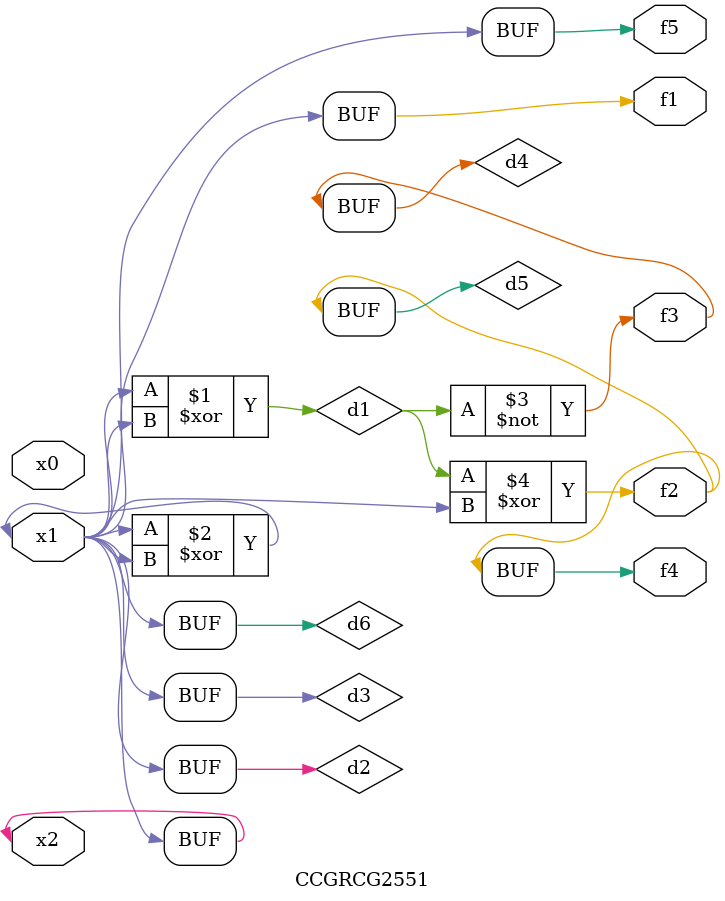
<source format=v>
module CCGRCG2551(
	input x0, x1, x2,
	output f1, f2, f3, f4, f5
);

	wire d1, d2, d3, d4, d5, d6;

	xor (d1, x1, x2);
	buf (d2, x1, x2);
	xor (d3, x1, x2);
	nor (d4, d1);
	xor (d5, d1, d2);
	buf (d6, d2, d3);
	assign f1 = d6;
	assign f2 = d5;
	assign f3 = d4;
	assign f4 = d5;
	assign f5 = d6;
endmodule

</source>
